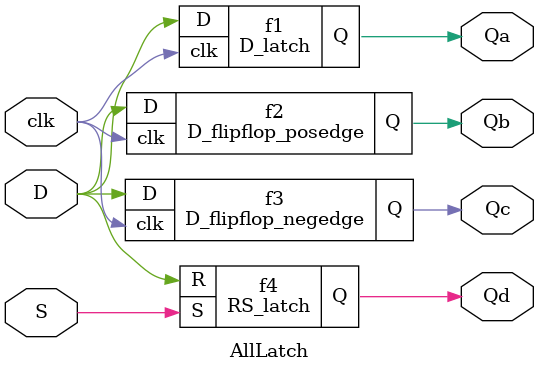
<source format=v>
`timescale 1ns / 1ps

module D_latch(
	input D,
	input clk,
	output reg Q,
	output reg Qbar
	);
	always @(*) begin
		if(clk==1)begin
			Q=D;
			Qbar=~D;
		end
	end
endmodule

module D_flipflop_posedge(
	input D,
	input clk,
	output reg Q,
	output reg Qbar
	);
	always @(posedge clk) begin
		Q<=D;
		Qbar<=~D;
	end
endmodule

module D_flipflop_negedge(
	input D,
	input clk,
	output reg Q,
	output reg Qbar
	);
	always @(negedge clk) begin
		Q<=D;
		Qbar<=~D;
	end
endmodule

module RS_latch(
	input R,
	input S,
	output reg Q,
	output reg Qbar
	);
	always @(*) begin

		if((R==0 && R==1) || (R==1 || S==0)) begin
			Q=R;
			Qbar=S;
		end
		// else if(R==1 && S==1) begin
		// 	Q=x;
		// 	Qbar=x;
		// end
	end
endmodule


module AllLatch(
	input clk,
	input D,
	input S,
	output Qa,
	output Qb,
	output Qc,
	output Qd
    );
	
	D_latch f1 (D,clk,Qa,);
	D_flipflop_posedge f2 (D,clk,Qb,);
	D_flipflop_negedge f3 (D,clk,Qc,);
	RS_latch f4 (D,S,Qd,);
	
endmodule

</source>
